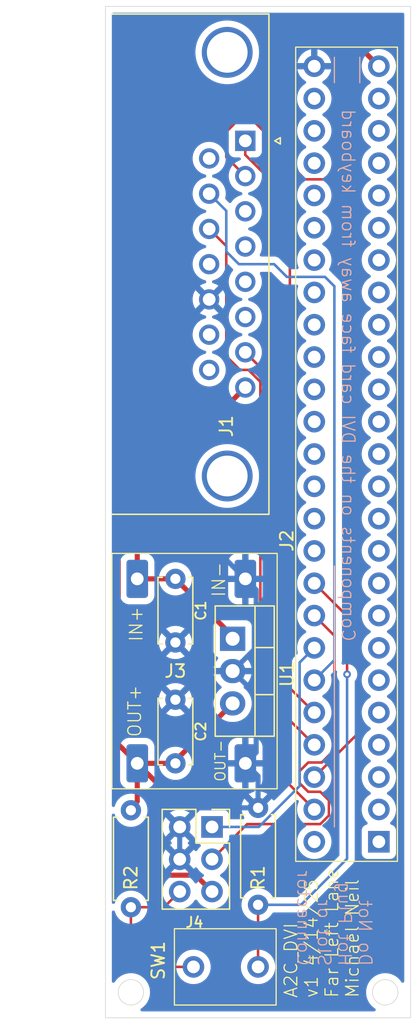
<source format=kicad_pcb>
(kicad_pcb (version 20241229) (generator "pcbnew") (generator_version "9.0")
  (layers (0 "F.Cu" signal) (2 "B.Cu" signal) (13 "F.Paste" user) (15 "B.Paste" user) (5 "F.SilkS" user "F.Silkscreen") (7 "B.SilkS" user "B.Silkscreen") (1 "F.Mask" user) (3 "B.Mask" user) (25 "Edge.Cuts" user))
  (net 0 "")
  (net 1 "+12V")
  (net 2 "GND")
  (net 3 "Net-(J1-GR)")
  (net 5 "Net-(J1-SEROUT)")
  (net 8 "Net-(J1-14M)")
  (net 9 "Net-(J1-WNDW)")
  (net 13 "Net-(J1-TEXT)")
  (net 20 "+5V")
  (net 59 "Net-(J2-Pin_42)")
  (net 60 "Net-(J2-Pin_44)")
  (net 61 "Net-(J2-Pin_43)")
  (net 62 "Net-(J4-Pin_6)")
  (footprint "Connector_PinHeader_2.54mm:PinHeader_2x03_P2.54mm_Vertical" (layer "F.Cu") (at 42.5 124)
    (property "Reference" "J4" (at 2 7.5 0) (layer "F.SilkS") (effects (font (size 0.8 0.8))))
    (property "Value" "Aux")
    (fp_line (start -0.54 -1.38) (end -0.54 6.46) (stroke (width 0.12)) (layer "F.SilkS"))
    (fp_line (start 2.11 -1.38) (end -0.54 -1.38) (stroke (width 0.12)) (layer "F.SilkS"))
    (fp_line (start 2.11 1.27) (end 2.11 -1.38) (stroke (width 0.12)) (layer "F.SilkS"))
    (fp_line (start 4.76 -1.38) (end 3.38 -1.38) (stroke (width 0.12)) (layer "F.SilkS"))
    (fp_line (start 4.76 0) (end 4.76 -1.38) (stroke (width 0.12)) (layer "F.SilkS"))
    (fp_line (start 4.76 1.27) (end 2.11 1.27) (stroke (width 0.12)) (layer "F.SilkS"))
    (fp_line (start 4.76 1.27) (end 4.76 6.46) (stroke (width 0.12)) (layer "F.SilkS"))
    (fp_line (start 4.76 6.46) (end -0.54 6.46) (stroke (width 0.12)) (layer "F.SilkS"))
    (pad "1" thru_hole rect (at 3.38 0) (size 1.7 1.7) (drill 1) (layers "*.Cu" "*.Mask") (net 60 "Net-(J2-Pin_44)"))
    (pad "2" thru_hole circle (at 0.84 0) (size 1.7 1.7) (drill 1) (layers "*.Cu" "*.Mask") (net 2 "GND"))
    (pad "3" thru_hole circle (at 3.38 2.54) (size 1.7 1.7) (drill 1) (layers "*.Cu" "*.Mask") (net 61 "Net-(J2-Pin_43)"))
    (pad "4" thru_hole circle (at 0.84 2.54) (size 1.7 1.7) (drill 1) (layers "*.Cu" "*.Mask") (net 2 "GND"))
    (pad "5" thru_hole circle (at 3.38 5.08) (size 1.7 1.7) (drill 1) (layers "*.Cu" "*.Mask") (net 20 "+5V"))
    (pad "6" thru_hole circle (at 0.84 5.08) (size 1.7 1.7) (drill 1) (layers "*.Cu" "*.Mask") (net 62 "Net-(J4-Pin_6)"))
  )
  (footprint "Capacitor_THT:C_Disc_D5.0mm_W2.5mm_P5.00mm" (layer "F.Cu") (at 43 104.5 -90)
    (property "Reference" "C1" (at 2.5 -2 90) (layer "F.SilkS") (effects (font (size 0.8 0.8) (thickness 0.15) (bold yes))))
    (property "Value" "0.33uf")
    (fp_line (start -0.12 1.37) (end 5.12 1.37) (stroke (width 0.12)) (layer "F.SilkS"))
    (fp_line (start -0.12 1.033) (end -0.12 1.37) (stroke (width 0.12)) (layer "F.SilkS"))
    (fp_line (start 5.12 1.033) (end 5.12 1.37) (stroke (width 0.12)) (layer "F.SilkS"))
    (fp_line (start -0.12 -1.37) (end -0.12 -1.033) (stroke (width 0.12)) (layer "F.SilkS"))
    (fp_line (start -0.12 -1.37) (end 5.12 -1.37) (stroke (width 0.12)) (layer "F.SilkS"))
    (fp_line (start 5.12 -1.37) (end 5.12 -1.033) (stroke (width 0.12)) (layer "F.SilkS"))
    (pad "1" thru_hole circle (at 0 0 270) (size 1.6 1.6) (drill 0.8) (layers "*.Cu" "*.Mask") (net 1 "+12V"))
    (pad "2" thru_hole circle (at 5 0 270) (size 1.6 1.6) (drill 0.8) (layers "*.Cu" "*.Mask") (net 2 "GND"))
  )
  (footprint "Capacitor_THT:C_Disc_D5.0mm_W2.5mm_P5.00mm" (layer "F.Cu") (at 43 119 90)
    (property "Reference" "C2" (at 2.5 2 90) (layer "F.SilkS") (effects (font (size 0.8 0.8))))
    (property "Value" "0.1uf")
    (fp_line (start 5.12 -1.37) (end 5.12 -1.033) (stroke (width 0.12)) (layer "F.SilkS"))
    (fp_line (start -0.12 -1.37) (end 5.12 -1.37) (stroke (width 0.12)) (layer "F.SilkS"))
    (fp_line (start -0.12 -1.37) (end -0.12 -1.033) (stroke (width 0.12)) (layer "F.SilkS"))
    (fp_line (start 5.12 1.033) (end 5.12 1.37) (stroke (width 0.12)) (layer "F.SilkS"))
    (fp_line (start -0.12 1.033) (end -0.12 1.37) (stroke (width 0.12)) (layer "F.SilkS"))
    (fp_line (start -0.12 1.37) (end 5.12 1.37) (stroke (width 0.12)) (layer "F.SilkS"))
    (pad "1" thru_hole circle (at 0 0 90) (size 1.6 1.6) (drill 0.8) (layers "*.Cu" "*.Mask") (net 20 "+5V"))
    (pad "2" thru_hole circle (at 5 0 90) (size 1.6 1.6) (drill 0.8) (layers "*.Cu" "*.Mask") (net 2 "GND"))
  )
  (footprint "Package_TO_SOT_THT:TO-220-3_Vertical" (layer "F.Cu") (at 47.5 109.21 -90)
    (property "Reference" "U1" (at 2.79 -4.27 90) (layer "F.SilkS"))
    (property "Value" "LM7805_TO220")
    (fp_line (start -2.58 1.371) (end 7.66 1.371) (stroke (width 0.12)) (layer "F.SilkS"))
    (fp_line (start -2.58 -1.76) (end 7.66 -1.76) (stroke (width 0.12)) (layer "F.SilkS"))
    (fp_line (start -2.58 -3.27) (end -2.58 1.371) (stroke (width 0.12)) (layer "F.SilkS"))
    (fp_line (start -2.58 -3.27) (end 7.66 -3.27) (stroke (width 0.12)) (layer "F.SilkS"))
    (fp_line (start 0.69 -3.27) (end 0.69 -1.76) (stroke (width 0.12)) (layer "F.SilkS"))
    (fp_line (start 4.391 -3.27) (end 4.391 -1.76) (stroke (width 0.12)) (layer "F.SilkS"))
    (fp_line (start 7.66 -3.27) (end 7.66 1.371) (stroke (width 0.12)) (layer "F.SilkS"))
    (pad "1" thru_hole rect (at 0 0 270) (size 1.905 2) (drill 1.1) (layers "*.Cu" "*.Mask") (net 1 "+12V"))
    (pad "2" thru_hole oval (at 2.54 0 270) (size 1.905 2) (drill 1.1) (layers "*.Cu" "*.Mask") (net 2 "GND"))
    (pad "3" thru_hole oval (at 5.08 0 270) (size 1.905 2) (drill 1.1) (layers "*.Cu" "*.Mask") (net 20 "+5V"))
  )
  (footprint "Apple_IIc_Library:A2E_50pin_card_edge_female" (layer "F.Cu") (at 56.46 64.205)
    (property "Reference" "J2" (at -4.699244 37.295 90) (layer "F.SilkS"))
    (property "Value" "A2E_Slot")
    (fp_rect (start -4 -1.5) (end 4 62.5) (stroke (width 0.1)) (fill no) (layer "F.SilkS"))
    (pad "1" thru_hole rect (at 2.54 60.96) (size 1.7 1.7) (drill 1) (layers "*.Cu" "*.Mask"))
    (pad "2" thru_hole oval (at 2.54 58.42) (size 1.7 1.7) (drill 1) (layers "*.Cu" "*.Mask"))
    (pad "3" thru_hole oval (at 2.54 55.88) (size 1.7 1.7) (drill 1) (layers "*.Cu" "*.Mask"))
    (pad "4" thru_hole oval (at 2.54 53.34) (size 1.7 1.7) (drill 1) (layers "*.Cu" "*.Mask"))
    (pad "5" thru_hole oval (at 2.54 50.8) (size 1.7 1.7) (drill 1) (layers "*.Cu" "*.Mask"))
    (pad "6" thru_hole oval (at 2.54 48.26) (size 1.7 1.7) (drill 1) (layers "*.Cu" "*.Mask"))
    (pad "7" thru_hole oval (at 2.54 45.72) (size 1.7 1.7) (drill 1) (layers "*.Cu" "*.Mask"))
    (pad "8" thru_hole oval (at 2.54 43.18) (size 1.7 1.7) (drill 1) (layers "*.Cu" "*.Mask"))
    (pad "9" thru_hole oval (at 2.54 40.64) (size 1.7 1.7) (drill 1) (layers "*.Cu" "*.Mask"))
    (pad "10" thru_hole oval (at 2.54 38.1) (size 1.7 1.7) (drill 1) (layers "*.Cu" "*.Mask"))
    (pad "11" thru_hole oval (at 2.54 35.56) (size 1.7 1.7) (drill 1) (layers "*.Cu" "*.Mask"))
    (pad "12" thru_hole oval (at 2.54 33.02) (size 1.7 1.7) (drill 1) (layers "*.Cu" "*.Mask"))
    (pad "13" thru_hole oval (at 2.54 30.48) (size 1.7 1.7) (drill 1) (layers "*.Cu" "*.Mask"))
    (pad "14" thru_hole oval (at 2.54 27.94) (size 1.7 1.7) (drill 1) (layers "*.Cu" "*.Mask"))
    (pad "15" thru_hole oval (at 2.54 25.4) (size 1.7 1.7) (drill 1) (layers "*.Cu" "*.Mask"))
    (pad "16" thru_hole oval (at 2.54 22.86) (size 1.7 1.7) (drill 1) (layers "*.Cu" "*.Mask"))
    (pad "17" thru_hole oval (at 2.54 20.32) (size 1.7 1.7) (drill 1) (layers "*.Cu" "*.Mask"))
    (pad "18" thru_hole oval (at 2.54 17.78) (size 1.7 1.7) (drill 1) (layers "*.Cu" "*.Mask"))
    (pad "19" thru_hole oval (at 2.54 15.24) (size 1.7 1.7) (drill 1) (layers "*.Cu" "*.Mask"))
    (pad "20" thru_hole oval (at 2.54 12.7) (size 1.7 1.7) (drill 1) (layers "*.Cu" "*.Mask"))
    (pad "21" thru_hole oval (at 2.54 10.16) (size 1.7 1.7) (drill 1) (layers "*.Cu" "*.Mask"))
    (pad "22" thru_hole oval (at 2.54 7.62) (size 1.7 1.7) (drill 1) (layers "*.Cu" "*.Mask"))
    (pad "23" thru_hole oval (at 2.54 5.08) (size 1.7 1.7) (drill 1) (layers "*.Cu" "*.Mask"))
    (pad "24" thru_hole oval (at 2.54 2.54) (size 1.7 1.7) (drill 1) (layers "*.Cu" "*.Mask"))
    (pad "25" thru_hole oval (at 2.54 0) (size 1.7 1.7) (drill 1) (layers "*.Cu" "*.Mask") (net 20 "+5V"))
    (pad "26" thru_hole oval (at -2.54 0) (size 1.7 1.7) (drill 1) (layers "*.Cu" "*.Mask") (net 2 "GND"))
    (pad "27" thru_hole oval (at -2.54 2.54) (size 1.7 1.7) (drill 1) (layers "*.Cu" "*.Mask"))
    (pad "28" thru_hole oval (at -2.54 5.08) (size 1.7 1.7) (drill 1) (layers "*.Cu" "*.Mask"))
    (pad "29" thru_hole oval (at -2.54 7.62) (size 1.7 1.7) (drill 1) (layers "*.Cu" "*.Mask"))
    (pad "30" thru_hole oval (at -2.54 10.16) (size 1.7 1.7) (drill 1) (layers "*.Cu" "*.Mask"))
    (pad "31" thru_hole oval (at -2.54 12.7) (size 1.7 1.7) (drill 1) (layers "*.Cu" "*.Mask"))
    (pad "32" thru_hole oval (at -2.54 15.24) (size 1.7 1.7) (drill 1) (layers "*.Cu" "*.Mask"))
    (pad "33" thru_hole oval (at -2.54 17.78) (size 1.7 1.7) (drill 1) (layers "*.Cu" "*.Mask"))
    (pad "34" thru_hole oval (at -2.54 20.32) (size 1.7 1.7) (drill 1) (layers "*.Cu" "*.Mask"))
    (pad "35" thru_hole oval (at -2.54 22.86) (size 1.7 1.7) (drill 1) (layers "*.Cu" "*.Mask"))
    (pad "36" thru_hole oval (at -2.54 25.4) (size 1.7 1.7) (drill 1) (layers "*.Cu" "*.Mask"))
    (pad "37" thru_hole oval (at -2.54 27.94) (size 1.7 1.7) (drill 1) (layers "*.Cu" "*.Mask"))
    (pad "38" thru_hole oval (at -2.54 30.48) (size 1.7 1.7) (drill 1) (layers "*.Cu" "*.Mask"))
    (pad "39" thru_hole oval (at -2.54 33.02) (size 1.7 1.7) (drill 1) (layers "*.Cu" "*.Mask"))
    (pad "40" thru_hole oval (at -2.54 35.56) (size 1.7 1.7) (drill 1) (layers "*.Cu" "*.Mask"))
    (pad "41" thru_hole oval (at -2.54 38.1) (size 1.7 1.7) (drill 1) (layers "*.Cu" "*.Mask"))
    (pad "42" thru_hole oval (at -2.54 40.64) (size 1.7 1.7) (drill 1) (layers "*.Cu" "*.Mask") (net 59 "Net-(J2-Pin_42)"))
    (pad "43" thru_hole oval (at -2.54 43.18) (size 1.7 1.7) (drill 1) (layers "*.Cu" "*.Mask") (net 61 "Net-(J2-Pin_43)"))
    (pad "44" thru_hole oval (at -2.54 45.72) (size 1.7 1.7) (drill 1) (layers "*.Cu" "*.Mask") (net 60 "Net-(J2-Pin_44)"))
    (pad "45" thru_hole oval (at -2.54 48.26) (size 1.7 1.7) (drill 1) (layers "*.Cu" "*.Mask") (net 3 "Net-(J1-GR)"))
    (pad "46" thru_hole oval (at -2.54 50.8) (size 1.7 1.7) (drill 1) (layers "*.Cu" "*.Mask") (net 13 "Net-(J1-TEXT)"))
    (pad "47" thru_hole oval (at -2.54 53.34) (size 1.7 1.7) (drill 1) (layers "*.Cu" "*.Mask") (net 9 "Net-(J1-WNDW)"))
    (pad "48" thru_hole oval (at -2.54 55.88) (size 1.7 1.7) (drill 1) (layers "*.Cu" "*.Mask") (net 8 "Net-(J1-14M)"))
    (pad "49" thru_hole oval (at -2.54 58.42) (size 1.7 1.7) (drill 1) (layers "*.Cu" "*.Mask") (net 5 "Net-(J1-SEROUT)"))
    (pad "50" thru_hole oval (at -2.54 60.96) (size 1.7 1.7) (drill 1) (layers "*.Cu" "*.Mask"))
  )
  (footprint "Resistor_THT:R_Axial_DIN0207_L6.3mm_D2.5mm_P7.62mm_Horizontal" (layer "F.Cu") (at 49.5 122.5 -90)
    (property "Reference" "R1" (at 5.5 0 90) (layer "F.SilkS"))
    (property "Value" "10k")
    (fp_line (start 0.54 1.37) (end 7.08 1.37) (stroke (width 0.12)) (layer "F.SilkS"))
    (fp_line (start 7.08 1.37) (end 7.08 1.04) (stroke (width 0.12)) (layer "F.SilkS"))
    (fp_line (start 0.54 1.04) (end 0.54 1.37) (stroke (width 0.12)) (layer "F.SilkS"))
    (fp_line (start 0.54 -1.04) (end 0.54 -1.37) (stroke (width 0.12)) (layer "F.SilkS"))
    (fp_line (start 0.54 -1.37) (end 7.08 -1.37) (stroke (width 0.12)) (layer "F.SilkS"))
    (fp_line (start 7.08 -1.37) (end 7.08 -1.04) (stroke (width 0.12)) (layer "F.SilkS"))
    (pad "1" thru_hole circle (at 0 0 270) (size 1.6 1.6) (drill 0.8) (layers "*.Cu" "*.Mask") (net 2 "GND"))
    (pad "2" thru_hole oval (at 7.62 0 270) (size 1.6 1.6) (drill 0.8) (layers "*.Cu" "*.Mask") (net 59 "Net-(J2-Pin_42)"))
  )
  (footprint "Apple_IIc_Library:12V to 5V Power Converter" (layer "F.Cu") (at 43 108)
    (property "Reference" "J3" (at 0 3.75 0) (layer "F.SilkS"))
    (property "Value" "Buck Connector")
    (fp_rect (start -5 -5.5) (end 8 13) (stroke (width 0.1)) (fill no) (layer "F.SilkS"))
    (fp_text user "OUT+" (at -2.61661 9 90) (layer "F.SilkS") (effects (font (thickness 0.1)) (justify left bottom)))
    (fp_text user "IN-" (at 4 -2 90) (layer "F.SilkS") (effects (font (thickness 0.1)) (justify left bottom)))
    (fp_text user "IN+" (at -2.5 1.5 90) (layer "F.SilkS") (effects (font (thickness 0.1)) (justify left bottom)))
    (fp_text user "OUT-" (at 4 12.5 90) (layer "F.SilkS") (effects (font (size 0.8 0.8) (thickness 0.1)) (justify left bottom)))
    (pad "1" thru_hole roundrect (at 5.5 -3.5) (size 1.7 3) (drill 1) (layers "*.Cu" "*.Mask") (roundrect_rratio 0.1470588235) (net 2 "GND"))
    (pad "2" thru_hole roundrect (at -3 -3.5) (size 1.7 3) (drill 1) (layers "*.Cu" "*.Mask") (roundrect_rratio 0.1470588235) (net 1 "+12V"))
    (pad "3" thru_hole roundrect (at 5.5 11) (size 1.7 3) (drill 1) (layers "*.Cu" "*.Mask") (roundrect_rratio 0.1470588235) (net 2 "GND"))
    (pad "4" thru_hole roundrect (at -3 11) (size 1.7 3) (drill 1) (layers "*.Cu" "*.Mask") (roundrect_rratio 0.1470588235) (net 20 "+5V"))
  )
  (footprint "Connector_Dsub:DSUB-15_Male_Horizontal_P2.77x2.84mm_EdgePinOffset7.70mm_Housed_MountingHolesOffset9.12mm" (layer "F.Cu") (at 48.495 70.07 -90)
    (property "Reference" "J1" (at 22.43 1.495 90) (layer "F.SilkS"))
    (property "Value" "A2C_DA15_Plug_MountingHoles")
    (fp_line (start -9.965 10.48) (end -9.965 -1.86) (stroke (width 0.12)) (layer "F.SilkS"))
    (fp_line (start -9.965 -1.86) (end 29.355 -1.86) (stroke (width 0.12)) (layer "F.SilkS"))
    (fp_line (start 29.355 -1.86) (end 29.355 10.48) (stroke (width 0.12)) (layer "F.SilkS"))
    (fp_line (start 0 -2.321325) (end -0.25 -2.754338) (stroke (width 0.12)) (layer "F.SilkS"))
    (fp_line (start -0.25 -2.754338) (end 0.25 -2.754338) (stroke (width 0.12)) (layer "F.SilkS"))
    (fp_line (start 0.25 -2.754338) (end 0 -2.321325) (stroke (width 0.12)) (layer "F.SilkS"))
    (pad "0" thru_hole circle (at -6.955 1.42 270) (size 4 4) (drill 3.2) (layers "*.Cu" "*.Mask"))
    (pad "0" thru_hole circle (at 26.345 1.42 270) (size 4 4) (drill 3.2) (layers "*.Cu" "*.Mask"))
    (pad "1" thru_hole rect (at 0 0 270) (size 1.6 1.6) (drill 1) (layers "*.Cu" "*.Mask") (net 13 "Net-(J1-TEXT)"))
    (pad "2" thru_hole circle (at 2.77 0 270) (size 1.6 1.6) (drill 1) (layers "*.Cu" "*.Mask") (net 8 "Net-(J1-14M)"))
    (pad "3" thru_hole circle (at 5.54 0 270) (size 1.6 1.6) (drill 1) (layers "*.Cu" "*.Mask"))
    (pad "4" thru_hole circle (at 8.31 0 270) (size 1.6 1.6) (drill 1) (layers "*.Cu" "*.Mask"))
    (pad "5" thru_hole circle (at 11.08 0 270) (size 1.6 1.6) (drill 1) (layers "*.Cu" "*.Mask"))
    (pad "6" thru_hole circle (at 13.85 0 270) (size 1.6 1.6) (drill 1) (layers "*.Cu" "*.Mask"))
    (pad "7" thru_hole circle (at 16.62 0 270) (size 1.6 1.6) (drill 1) (layers "*.Cu" "*.Mask") (net 9 "Net-(J1-WNDW)"))
    (pad "8" thru_hole circle (at 19.39 0 270) (size 1.6 1.6) (drill 1) (layers "*.Cu" "*.Mask") (net 1 "+12V"))
    (pad "9" thru_hole circle (at 1.385 2.84 270) (size 1.6 1.6) (drill 1) (layers "*.Cu" "*.Mask"))
    (pad "10" thru_hole circle (at 4.155 2.84 270) (size 1.6 1.6) (drill 1) (layers "*.Cu" "*.Mask") (net 3 "Net-(J1-GR)"))
    (pad "11" thru_hole circle (at 6.925 2.84 270) (size 1.6 1.6) (drill 1) (layers "*.Cu" "*.Mask") (net 5 "Net-(J1-SEROUT)"))
    (pad "12" thru_hole circle (at 9.695 2.84 270) (size 1.6 1.6) (drill 1) (layers "*.Cu" "*.Mask"))
    (pad "13" thru_hole circle (at 12.465 2.84 270) (size 1.6 1.6) (drill 1) (layers "*.Cu" "*.Mask") (net 2 "GND"))
    (pad "14" thru_hole circle (at 15.235 2.84 270) (size 1.6 1.6) (drill 1) (layers "*.Cu" "*.Mask"))
    (pad "15" thru_hole circle (at 18.005 2.84 270) (size 1.6 1.6) (drill 1) (layers "*.Cu" "*.Mask"))
  )
  (footprint "Resistor_THT:R_Axial_DIN0207_L6.3mm_D2.5mm_P7.62mm_Horizontal" (layer "F.Cu") (at 39.5 130.31 90)
    (property "Reference" "R2" (at 2.31 0 90) (layer "F.SilkS"))
    (property "Value" "1k")
    (fp_line (start 7.08 -1.37) (end 7.08 -1.04) (stroke (width 0.12)) (layer "F.SilkS"))
    (fp_line (start 0.54 -1.37) (end 7.08 -1.37) (stroke (width 0.12)) (layer "F.SilkS"))
    (fp_line (start 0.54 -1.04) (end 0.54 -1.37) (stroke (width 0.12)) (layer "F.SilkS"))
    (fp_line (start 0.54 1.04) (end 0.54 1.37) (stroke (width 0.12)) (layer "F.SilkS"))
    (fp_line (start 7.08 1.37) (end 7.08 1.04) (stroke (width 0.12)) (layer "F.SilkS"))
    (fp_line (start 0.54 1.37) (end 7.08 1.37) (stroke (width 0.12)) (layer "F.SilkS"))
    (pad "1" thru_hole circle (at 0 0 90) (size 1.6 1.6) (drill 0.8) (layers "*.Cu" "*.Mask") (net 62 "Net-(J4-Pin_6)"))
    (pad "2" thru_hole oval (at 7.62 0 90) (size 1.6 1.6) (drill 0.8) (layers "*.Cu" "*.Mask") (net 20 "+5V"))
  )
  (footprint "Connector_PinSocket_2.54mm:PinSocket_1x03_P2.54mm_Vertical" (layer "F.Cu") (at 44.42 135 90)
    (property "Reference" "SW1" (at 0.5 -2.77 90) (layer "F.SilkS"))
    (property "Value" "Config")
    (fp_rect (start -3 -1.5) (end 3 6.5) (stroke (width 0.1)) (fill no) (layer "F.SilkS"))
    (pad "1" thru_hole circle (at 0 0 90) (size 1.7 1.7) (drill 1) (layers "*.Cu" "*.Mask") (net 62 "Net-(J4-Pin_6)"))
    (pad "2" thru_hole circle (at 0 5.08 90) (size 1.7 1.7) (drill 1) (layers "*.Cu" "*.Mask") (net 59 "Net-(J2-Pin_42)"))
  )
  (gr_line (start 57.5 65.5) (end 57.5 63.5) (stroke (width 0.1)) (layer "B.SilkS"))
  (gr_line (start 55.5 65.5) (end 55.5 63.5) (stroke (width 0.1)) (layer "B.SilkS"))
  (gr_line (start 55.5 124) (end 55.5 103.5) (stroke (width 0.1)) (layer "B.SilkS"))
  (gr_circle (center 59.5 137) (end 60.5 137) (stroke (width 0.05)) (fill no) (layer "Edge.Cuts"))
  (gr_circle (center 39.5 137) (end 40.5 137) (stroke (width 0.05)) (fill no) (layer "Edge.Cuts"))
  (gr_rect (start 37.5 59.5) (end 61.5 139) (stroke (width 0.05)) (fill no) (layer "Edge.Cuts"))
  (gr_text "A2C_DVI\nv1 4/14/25\nFar Left Lane\nMichael Neil" (at 57.5 137.5 90) (layer "F.SilkS") (effects (font (size 1 1) (thickness 0.1)) (justify left bottom)))
  (gr_text "Components on the DVI card face away from keyboard" (at 56 109.5 270) (layer "B.SilkS") (effects (font (size 1 1) (thickness 0.1)) (justify left bottom mirror)))
  (gr_text "Do Not \nHot Plug\nSlot or \nConnector" (at 52.5 135 270) (layer "B.SilkS") (effects (font (size 1 1) (thickness 0.1)) (justify left bottom mirror)))
  (segment (start 40 104.5) (end 40 97.955) (width 0.4) (layer "F.Cu") (net 1))
  (segment (start 47.5 109) (end 47.5 109.21) (width 0.4) (layer "F.Cu") (net 1))
  (segment (start 40 104.5) (end 43 104.5) (width 0.4) (layer "F.Cu") (net 1))
  (segment (start 40 97.955) (end 48.495 89.46) (width 0.4) (layer "F.Cu") (net 1))
  (segment (start 43 104.5) (end 47.5 109) (width 0.4) (layer "F.Cu") (net 1))
  (segment (start 49.35 113.6) (end 49.35 118.15) (width 0.4) (layer "B.Cu") (net 2))
  (segment (start 43.5 80.38) (end 45.655 82.535) (width 0.4) (layer "B.Cu") (net 2))
  (segment (start 47.5 111.75) (end 47.25 111.75) (width 0.4) (layer "B.Cu") (net 2))
  (segment (start 49.35 105.35) (end 48.5 104.5) (width 0.4) (layer "B.Cu") (net 2))
  (segment (start 47.5 111.75) (end 49.35 113.6) (width 0.4) (layer "B.Cu") (net 2))
  (segment (start 49.795 64.205) (end 53.92 64.205) (width 0.4) (layer "B.Cu") (net 2))
  (segment (start 49.35 109.9) (end 49.35 105.35) (width 0.4) (layer "B.Cu") (net 2))
  (segment (start 49.35 118.15) (end 48.5 119) (width 0.4) (layer "B.Cu") (net 2))
  (segment (start 43.5 70.5) (end 49.795 64.205) (width 0.4) (layer "B.Cu") (net 2))
  (segment (start 44.84 122.5) (end 49.5 122.5) (width 0.4) (layer "B.Cu") (net 2))
  (segment (start 49.5 120) (end 48.85426 119.35426) (width 0.4) (layer "B.Cu") (net 2))
  (segment (start 43.34 124) (end 44.84 122.5) (width 0.4) (layer "B.Cu") (net 2))
  (segment (start 43 114) (end 45.25 111.75) (width 0.4) (layer "B.Cu") (net 2))
  (segment (start 49.5 122.5) (end 49.5 120) (width 0.4) (layer "B.Cu") (net 2))
  (segment (start 47.5 111.75) (end 49.35 109.9) (width 0.4) (layer "B.Cu") (net 2))
  (segment (start 43 85.19) (end 43 99) (width 0.4) (layer "B.Cu") (net 2))
  (segment (start 47.5 111.75) (end 45.25 111.75) (width 0.4) (layer "B.Cu") (net 2))
  (segment (start 43.5 70.5) (end 43.5 80.38) (width 0.4) (layer "B.Cu") (net 2))
  (segment (start 43.34 126.54) (end 43.34 124) (width 0.4) (layer "B.Cu") (net 2))
  (segment (start 43 99) (end 48.5 104.5) (width 0.4) (layer "B.Cu") (net 2))
  (segment (start 45.655 82.535) (end 43 85.19) (width 0.4) (layer "B.Cu") (net 2))
  (segment (start 45.25 111.75) (end 43 109.5) (width 0.4) (layer "B.Cu") (net 2))
  (segment (start 47 75.57) (end 47 78.77195) (width 0.2) (layer "B.Cu") (net 3))
  (segment (start 50.765 79.765) (end 51.764261 80.764261) (width 0.2) (layer "B.Cu") (net 3))
  (segment (start 47.99305 79.765) (end 50.765 79.765) (width 0.2) (layer "B.Cu") (net 3))
  (segment (start 51.764261 80.764261) (end 54.764261 80.764261) (width 0.2) (layer "B.Cu") (net 3))
  (segment (start 54.764261 80.764261) (end 55.5 81.5) (width 0.2) (layer "B.Cu") (net 3))
  (segment (start 47 78.77195) (end 47.99305 79.765) (width 0.2) (layer "B.Cu") (net 3))
  (segment (start 45.655 74.225) (end 47 75.57) (width 0.2) (layer "B.Cu") (net 3))
  (segment (start 55.5 110.885) (end 53.92 112.465) (width 0.2) (layer "B.Cu") (net 3))
  (segment (start 55.5 81.5) (end 55.5 110.885) (width 0.2) (layer "B.Cu") (net 3))
  (segment (start 48.075 88.075) (end 48.7427 88.075) (width 0.2) (layer "F.Cu") (net 5))
  (segment (start 51.5 120.205) (end 53.92 122.625) (width 0.2) (layer "F.Cu") (net 5))
  (segment (start 48.7427 88.075) (end 49.68 89.0123) (width 0.2) (layer "F.Cu") (net 5))
  (segment (start 51.5 118) (end 51.5 120.205) (width 0.2) (layer "F.Cu") (net 5))
  (segment (start 49.68 89.0123) (end 49.68 116.18) (width 0.2) (layer "F.Cu") (net 5))
  (segment (start 49.68 116.18) (end 51.5 118) (width 0.2) (layer "F.Cu") (net 5))
  (segment (start 47 87) (end 48.075 88.075) (width 0.2) (layer "F.Cu") (net 5))
  (segment (start 47 78.34) (end 47 87) (width 0.2) (layer "F.Cu") (net 5))
  (segment (start 45.655 76.995) (end 47 78.34) (width 0.2) (layer "F.Cu") (net 5))
  (segment (start 50 69.905) (end 50 69.375) (width 0.2) (layer "F.Cu") (net 8))
  (segment (start 53.92 120.085) (end 57.5 116.505) (width 0.2) (layer "F.Cu") (net 8))
  (segment (start 57.5 75.5) (end 55.096405 73.096405) (width 0.2) (layer "F.Cu") (net 8))
  (segment (start 47 69.365) (end 47 71.345) (width 0.2) (layer "F.Cu") (net 8))
  (segment (start 53.191405 73.096405) (end 50 69.905) (width 0.2) (layer "F.Cu") (net 8))
  (segment (start 55.096405 73.096405) (end 53.191405 73.096405) (width 0.2) (layer "F.Cu") (net 8))
  (segment (start 47.865 68.5) (end 47 69.365) (width 0.2) (layer "F.Cu") (net 8))
  (segment (start 57.5 116.505) (end 57.5 75.5) (width 0.2) (layer "F.Cu") (net 8))
  (segment (start 50 69.375) (end 49.125 68.5) (width 0.2) (layer "F.Cu") (net 8))
  (segment (start 47 71.345) (end 48.495 72.84) (width 0.2) (layer "F.Cu") (net 8))
  (segment (start 49.125 68.5) (end 47.865 68.5) (width 0.2) (layer "F.Cu") (net 8))
  (segment (start 50.1662 113.7912) (end 53.92 117.545) (width 0.2) (layer "F.Cu") (net 9))
  (segment (start 50.1662 88.3612) (end 50.1662 113.7912) (width 0.2) (layer "F.Cu") (net 9))
  (segment (start 48.495 86.69) (end 50.1662 88.3612) (width 0.2) (layer "F.Cu") (net 9))
  (segment (start 52 74.6767) (end 52 113.085) (width 0.2) (layer "F.Cu") (net 13))
  (segment (start 48.495 71.1717) (end 52 74.6767) (width 0.2) (layer "F.Cu") (net 13))
  (segment (start 52 113.085) (end 53.92 115.005) (width 0.2) (layer "F.Cu") (net 13))
  (segment (start 48.495 70.07) (end 48.495 71.1717) (width 0.2) (layer "F.Cu") (net 13))
  (segment (start 44.591 127.791) (end 45.88 129.08) (width 0.4) (layer "F.Cu") (net 20))
  (segment (start 52.375164 62.624836) (end 49 66) (width 0.4) (layer "F.Cu") (net 20))
  (segment (start 41.5 127) (end 42.291 127.791) (width 0.4) (layer "F.Cu") (net 20))
  (segment (start 39.5 122.69) (end 39.5 122.5) (width 0.4) (layer "F.Cu") (net 20))
  (segment (start 41.5 127) (end 41.5 120.5) (width 0.4) (layer "F.Cu") (net 20))
  (segment (start 39.5 122.5) (end 40 122) (width 0.4) (layer "F.Cu") (net 20))
  (segment (start 59 64.205) (end 57.419836 62.624836) (width 0.4) (layer "F.Cu") (net 20))
  (segment (start 43 118.79) (end 47.5 114.29) (width 0.4) (layer "F.Cu") (net 20))
  (segment (start 38.5 73.5) (end 38.5 117.5) (width 0.4) (layer "F.Cu") (net 20))
  (segment (start 49 66) (end 46 66) (width 0.4) (layer "F.Cu") (net 20))
  (segment (start 41.5 120.5) (end 40 119) (width 0.4) (layer "F.Cu") (net 20))
  (segment (start 40 119) (end 43 119) (width 0.4) (layer "F.Cu") (net 20))
  (segment (start 43 119) (end 43 118.79) (width 0.4) (layer "F.Cu") (net 20))
  (segment (start 40 122) (end 40 119) (width 0.4) (layer "F.Cu") (net 20))
  (segment (start 42.291 127.791) (end 44.591 127.791) (width 0.4) (layer "F.Cu") (net 20))
  (segment (start 46 66) (end 38.5 73.5) (width 0.4) (layer "F.Cu") (net 20))
  (segment (start 38.5 117.5) (end 40 119) (width 0.4) (layer "F.Cu") (net 20))
  (segment (start 57.419836 62.624836) (end 52.375164 62.624836) (width 0.4) (layer "F.Cu") (net 20))
  (segment (start 49.5 130.12) (end 49.5 135) (width 0.2) (layer "F.Cu") (net 59))
  (segment (start 56.5 107.425) (end 56.5 112) (width 0.2) (layer "F.Cu") (net 59))
  (segment (start 53.92 104.845) (end 56.5 107.425) (width 0.2) (layer "F.Cu") (net 59))
  (via (at 56.5 112) (size 0.6) (drill 0.3) (layers "F.Cu" "B.Cu") (net 59))
  (segment (start 56.5 126.5) (end 52.88 130.12) (width 0.2) (layer "B.Cu") (net 59))
  (segment (start 56.5 112) (end 56.5 126.5) (width 0.2) (layer "B.Cu") (net 59))
  (segment (start 52.88 130.12) (end 49.5 130.12) (width 0.2) (layer "B.Cu") (net 59))
  (segment (start 49.55705 124) (end 52.769 120.78805) (width 0.2) (layer "B.Cu") (net 60))
  (segment (start 45.88 124) (end 49.55705 124) (width 0.2) (layer "B.Cu") (net 60))
  (segment (start 52.769 111.076) (end 53.92 109.925) (width 0.2) (layer "B.Cu") (net 60))
  (segment (start 52.769 120.78805) (end 52.769 111.076) (width 0.2) (layer "B.Cu") (net 60))
  (segment (start 54.39676 123.776) (end 48.644 123.776) (width 0.2) (layer "F.Cu") (net 61))
  (segment (start 55.071 123.10176) (end 55.071 121.91024) (width 0.2) (layer "F.Cu") (net 61))
  (segment (start 53.44324 121.236) (end 52.769 120.56176) (width 0.2) (layer "F.Cu") (net 61))
  (segment (start 54.39676 123.776) (end 55.071 123.10176) (width 0.2) (layer "F.Cu") (net 61))
  (segment (start 54.39676 121.236) (end 53.44324 121.236) (width 0.2) (layer "F.Cu") (net 61))
  (segment (start 53.44324 118.934) (end 54.5039 118.934) (width 0.2) (layer "F.Cu") (net 61))
  (segment (start 55.071 121.91024) (end 54.39676 121.236) (width 0.2) (layer "F.Cu") (net 61))
  (segment (start 55.5 117.9379) (end 55.5 108.965) (width 0.2) (layer "F.Cu") (net 61))
  (segment (start 52.769 119.60824) (end 53.44324 118.934) (width 0.2) (layer "F.Cu") (net 61))
  (segment (start 54.5039 118.934) (end 55.5 117.9379) (width 0.2) (layer "F.Cu") (net 61))
  (segment (start 52.769 120.56176) (end 52.769 119.60824) (width 0.2) (layer "F.Cu") (net 61))
  (segment (start 48.644 123.776) (end 45.88 126.54) (width 0.2) (layer "F.Cu") (net 61))
  (segment (start 55.5 108.965) (end 53.92 107.385) (width 0.2) (layer "F.Cu") (net 61))
  (segment (start 42 135) (end 44.42 135) (width 0.2) (layer "F.Cu") (net 62))
  (segment (start 42.11 130.31) (end 43.34 129.08) (width 0.2) (layer "F.Cu") (net 62))
  (segment (start 39.5 132.5) (end 42 135) (width 0.2) (layer "F.Cu") (net 62))
  (segment (start 39.5 130.31) (end 42.11 130.31) (width 0.2) (layer "F.Cu") (net 62))
  (segment (start 39.5 130.31) (end 39.5 132.5) (width 0.2) (layer "F.Cu") (net 62))
  (zone (net 2) (net_name "GND") (layer "B.Cu") (connect_pads (clearance 0.5)) (min_thickness 0.25) (fill yes (thermal_gap 0.5) (thermal_bridge_width 0.5))
    (polygon (pts (xy 37 59) (xy 62 59) (xy 62 139.5) (xy 37 139.5)))
  )
)
</source>
